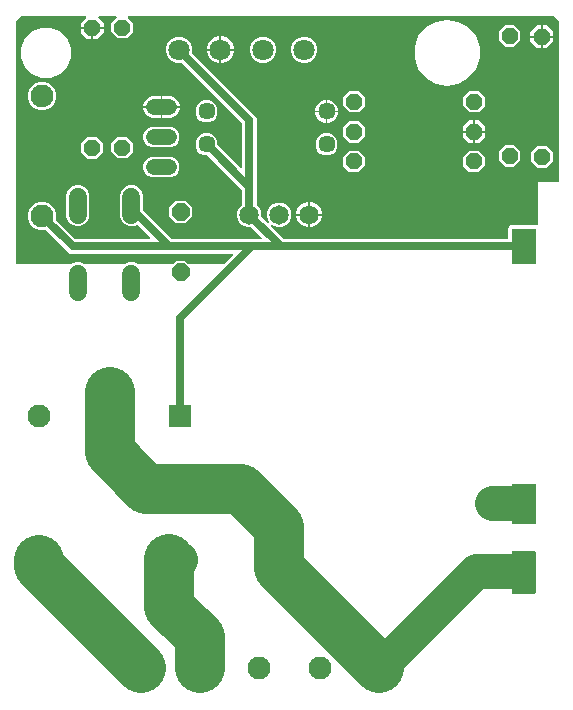
<source format=gbl>
G04 EAGLE Gerber RS-274X export*
G75*
%MOMM*%
%FSLAX34Y34*%
%LPD*%
%INBottom Copper*%
%IPPOS*%
%AMOC8*
5,1,8,0,0,1.08239X$1,22.5*%
G01*
G04 Define Apertures*
%ADD10P,1.62358X8X112.5*%
%ADD11C,1.930400*%
%ADD12C,1.453900*%
%ADD13R,1.950000X1.950000*%
%ADD14C,1.950000*%
%ADD15P,1.54782X8X22.5*%
%ADD16P,1.54782X8X292.5*%
%ADD17P,1.54782X8X112.5*%
%ADD18C,1.524000*%
%ADD19C,1.320800*%
%ADD20C,1.800000*%
%ADD21C,1.650000*%
%ADD22P,1.54782X8X202.5*%
%ADD23C,0.635000*%
%ADD24C,3.000000*%
%ADD25C,4.250000*%
%ADD26C,0.756400*%
%ADD27C,0.304800*%
G36*
X56760Y380060D02*
X56955Y380192D01*
X60528Y381672D01*
X64368Y381672D01*
X67943Y380191D01*
X68148Y380056D01*
X68434Y380000D01*
X101674Y380000D01*
X101972Y380060D01*
X102167Y380192D01*
X105740Y381672D01*
X109580Y381672D01*
X113155Y380191D01*
X113360Y380056D01*
X113646Y380000D01*
X142464Y380000D01*
X142761Y380060D01*
X143003Y380223D01*
X145562Y382782D01*
X153458Y382782D01*
X156017Y380223D01*
X156270Y380056D01*
X156556Y380000D01*
X185884Y380000D01*
X186181Y380060D01*
X186423Y380223D01*
X193676Y387476D01*
X193843Y387729D01*
X193899Y388027D01*
X193834Y388323D01*
X193658Y388571D01*
X193400Y388730D01*
X193137Y388777D01*
X56762Y388777D01*
X54475Y389724D01*
X35268Y408932D01*
X35015Y409099D01*
X34717Y409155D01*
X34587Y409128D01*
X29864Y409128D01*
X25570Y410907D01*
X22283Y414194D01*
X20504Y418488D01*
X20504Y423136D01*
X22283Y427430D01*
X25570Y430717D01*
X29864Y432496D01*
X34512Y432496D01*
X38806Y430717D01*
X42093Y427430D01*
X43872Y423136D01*
X43872Y418404D01*
X43845Y418265D01*
X43908Y417969D01*
X44068Y417732D01*
X60354Y401446D01*
X60607Y401279D01*
X60893Y401223D01*
X123137Y401223D01*
X123434Y401283D01*
X123684Y401455D01*
X123848Y401710D01*
X123898Y402009D01*
X123829Y402304D01*
X123676Y402524D01*
X113099Y413100D01*
X112846Y413268D01*
X112548Y413324D01*
X112268Y413266D01*
X109580Y412152D01*
X105740Y412152D01*
X102193Y413621D01*
X99477Y416337D01*
X98008Y419884D01*
X98008Y438964D01*
X99477Y442511D01*
X102193Y445227D01*
X105740Y446696D01*
X109580Y446696D01*
X113127Y445227D01*
X115843Y442511D01*
X117312Y438964D01*
X117312Y426804D01*
X117372Y426507D01*
X117535Y426265D01*
X142354Y401446D01*
X142607Y401279D01*
X142893Y401223D01*
X217537Y401223D01*
X217834Y401283D01*
X218084Y401455D01*
X218248Y401710D01*
X218298Y402009D01*
X218229Y402304D01*
X218076Y402524D01*
X209205Y411395D01*
X208952Y411562D01*
X208666Y411618D01*
X205455Y411618D01*
X201676Y413183D01*
X198783Y416076D01*
X197218Y419855D01*
X197218Y423945D01*
X198783Y427724D01*
X201054Y429995D01*
X201221Y430248D01*
X201277Y430534D01*
X201277Y442357D01*
X201217Y442654D01*
X201054Y442896D01*
X172061Y471889D01*
X171808Y472056D01*
X171522Y472112D01*
X169486Y472112D01*
X166068Y473528D01*
X163451Y476145D01*
X162035Y479563D01*
X162035Y483264D01*
X163451Y486682D01*
X166068Y489299D01*
X169486Y490715D01*
X173187Y490715D01*
X176606Y489299D01*
X179222Y486682D01*
X180638Y483264D01*
X180638Y481228D01*
X180698Y480931D01*
X180861Y480689D01*
X199976Y461574D01*
X200229Y461407D01*
X200527Y461351D01*
X200823Y461416D01*
X201071Y461592D01*
X201230Y461850D01*
X201277Y462113D01*
X201277Y499117D01*
X201217Y499414D01*
X201054Y499656D01*
X150455Y550255D01*
X150202Y550422D01*
X149916Y550478D01*
X145806Y550478D01*
X141751Y552158D01*
X138648Y555261D01*
X136968Y559316D01*
X136968Y563704D01*
X138648Y567759D01*
X141751Y570862D01*
X145806Y572542D01*
X150194Y572542D01*
X154249Y570862D01*
X157352Y567759D01*
X159032Y563704D01*
X159032Y559594D01*
X159092Y559297D01*
X159255Y559055D01*
X212776Y505535D01*
X213723Y503248D01*
X213723Y430534D01*
X213783Y430236D01*
X213946Y429995D01*
X216217Y427724D01*
X217782Y423945D01*
X217782Y420734D01*
X217842Y420437D01*
X218005Y420195D01*
X222930Y415271D01*
X223183Y415103D01*
X223481Y415048D01*
X223777Y415113D01*
X224025Y415288D01*
X224184Y415546D01*
X224230Y415846D01*
X224173Y416101D01*
X222618Y419855D01*
X222618Y423945D01*
X224183Y427724D01*
X227076Y430617D01*
X230855Y432182D01*
X234945Y432182D01*
X238724Y430617D01*
X241617Y427724D01*
X243182Y423945D01*
X243182Y419855D01*
X241617Y416076D01*
X238724Y413183D01*
X234945Y411618D01*
X230855Y411618D01*
X227101Y413173D01*
X226803Y413231D01*
X226507Y413168D01*
X226258Y412995D01*
X226097Y412738D01*
X226048Y412438D01*
X226120Y412144D01*
X226271Y411930D01*
X236754Y401446D01*
X237007Y401279D01*
X237293Y401223D01*
X426190Y401223D01*
X426487Y401283D01*
X426737Y401455D01*
X426901Y401710D01*
X426952Y401985D01*
X426952Y409977D01*
X426976Y410365D01*
X427061Y410802D01*
X427208Y411218D01*
X427413Y411608D01*
X427673Y411965D01*
X427981Y412281D01*
X428331Y412548D01*
X428717Y412763D01*
X429129Y412919D01*
X429560Y413014D01*
X430028Y413048D01*
X449977Y413048D01*
X450365Y413024D01*
X450853Y412928D01*
X451156Y412930D01*
X451435Y413051D01*
X451645Y413270D01*
X451762Y413676D01*
X451762Y449238D01*
X469078Y449238D01*
X469375Y449298D01*
X469625Y449470D01*
X469789Y449725D01*
X469840Y450000D01*
X469840Y585476D01*
X469780Y585773D01*
X469617Y586015D01*
X466015Y589617D01*
X465762Y589784D01*
X465476Y589840D01*
X105305Y589840D01*
X105008Y589780D01*
X104758Y589608D01*
X104594Y589353D01*
X104543Y589054D01*
X104613Y588759D01*
X104766Y588539D01*
X109202Y584103D01*
X109202Y576497D01*
X103823Y571118D01*
X96217Y571118D01*
X90838Y576497D01*
X90838Y584103D01*
X95274Y588539D01*
X95441Y588792D01*
X95497Y589090D01*
X95432Y589386D01*
X95256Y589634D01*
X94998Y589793D01*
X94735Y589840D01*
X80348Y589840D01*
X80051Y589780D01*
X79801Y589608D01*
X79637Y589353D01*
X79586Y589054D01*
X79656Y588759D01*
X79809Y588539D01*
X84204Y584144D01*
X84204Y580893D01*
X64824Y580893D01*
X64824Y584144D01*
X69219Y588539D01*
X69386Y588792D01*
X69442Y589090D01*
X69377Y589386D01*
X69201Y589634D01*
X68943Y589793D01*
X68680Y589840D01*
X14524Y589840D01*
X14227Y589780D01*
X13985Y589617D01*
X10383Y586015D01*
X10216Y585762D01*
X10160Y585476D01*
X10160Y380762D01*
X10220Y380465D01*
X10392Y380215D01*
X10647Y380051D01*
X10922Y380000D01*
X56462Y380000D01*
X56760Y380060D01*
G37*
%LPC*%
G36*
X365449Y532760D02*
X357051Y537609D01*
X350817Y545038D01*
X347500Y554151D01*
X347500Y563849D01*
X350817Y572962D01*
X357051Y580391D01*
X365449Y585240D01*
X375000Y586924D01*
X384551Y585240D01*
X392949Y580391D01*
X399183Y572962D01*
X402500Y563849D01*
X402500Y554151D01*
X399183Y545038D01*
X392949Y537609D01*
X384551Y532760D01*
X375000Y531076D01*
X365449Y532760D01*
G37*
G36*
X424197Y564148D02*
X418818Y569527D01*
X418818Y577133D01*
X424197Y582512D01*
X431803Y582512D01*
X437182Y577133D01*
X437182Y569527D01*
X431803Y564148D01*
X424197Y564148D01*
G37*
G36*
X445640Y573362D02*
X445640Y576614D01*
X451316Y582290D01*
X454568Y582290D01*
X454568Y573362D01*
X445640Y573362D01*
G37*
G36*
X456092Y573362D02*
X456092Y582290D01*
X459344Y582290D01*
X465020Y576614D01*
X465020Y573362D01*
X456092Y573362D01*
G37*
G36*
X31296Y537960D02*
X23519Y541181D01*
X17566Y547134D01*
X14345Y554911D01*
X14345Y563329D01*
X17566Y571106D01*
X23519Y577059D01*
X31296Y580280D01*
X39714Y580280D01*
X47491Y577059D01*
X53444Y571106D01*
X56665Y563329D01*
X56665Y554911D01*
X53444Y547134D01*
X47491Y541181D01*
X39714Y537960D01*
X31296Y537960D01*
G37*
G36*
X70500Y570441D02*
X64824Y576117D01*
X64824Y579369D01*
X73752Y579369D01*
X73752Y570441D01*
X70500Y570441D01*
G37*
G36*
X75276Y570441D02*
X75276Y579369D01*
X84204Y579369D01*
X84204Y576117D01*
X78528Y570441D01*
X75276Y570441D01*
G37*
G36*
X183762Y562272D02*
X183762Y573050D01*
X185295Y573050D01*
X189537Y571293D01*
X192783Y568047D01*
X194540Y563805D01*
X194540Y562272D01*
X183762Y562272D01*
G37*
G36*
X171460Y562272D02*
X171460Y563805D01*
X173217Y568047D01*
X176463Y571293D01*
X180705Y573050D01*
X182238Y573050D01*
X182238Y562272D01*
X171460Y562272D01*
G37*
G36*
X216926Y550478D02*
X212871Y552158D01*
X209768Y555261D01*
X208088Y559316D01*
X208088Y563704D01*
X209768Y567759D01*
X212871Y570862D01*
X216926Y572542D01*
X221314Y572542D01*
X225369Y570862D01*
X228472Y567759D01*
X230152Y563704D01*
X230152Y559316D01*
X228472Y555261D01*
X225369Y552158D01*
X221314Y550478D01*
X216926Y550478D01*
G37*
G36*
X251926Y550478D02*
X247871Y552158D01*
X244768Y555261D01*
X243088Y559316D01*
X243088Y563704D01*
X244768Y567759D01*
X247871Y570862D01*
X251926Y572542D01*
X256314Y572542D01*
X260369Y570862D01*
X263472Y567759D01*
X265152Y563704D01*
X265152Y559316D01*
X263472Y555261D01*
X260369Y552158D01*
X256314Y550478D01*
X251926Y550478D01*
G37*
G36*
X451316Y562910D02*
X445640Y568586D01*
X445640Y571838D01*
X454568Y571838D01*
X454568Y562910D01*
X451316Y562910D01*
G37*
G36*
X456092Y562910D02*
X456092Y571838D01*
X465020Y571838D01*
X465020Y568586D01*
X459344Y562910D01*
X456092Y562910D01*
G37*
G36*
X180705Y549970D02*
X176463Y551727D01*
X173217Y554973D01*
X171460Y559215D01*
X171460Y560748D01*
X182238Y560748D01*
X182238Y549970D01*
X180705Y549970D01*
G37*
G36*
X183762Y549970D02*
X183762Y560748D01*
X194540Y560748D01*
X194540Y559215D01*
X192783Y554973D01*
X189537Y551727D01*
X185295Y549970D01*
X183762Y549970D01*
G37*
G36*
X29864Y510728D02*
X25570Y512507D01*
X22283Y515794D01*
X20504Y520088D01*
X20504Y524736D01*
X22283Y529030D01*
X25570Y532317D01*
X29864Y534096D01*
X34512Y534096D01*
X38806Y532317D01*
X42093Y529030D01*
X43872Y524736D01*
X43872Y520088D01*
X42093Y515794D01*
X38806Y512507D01*
X34512Y510728D01*
X29864Y510728D01*
G37*
G36*
X292597Y508478D02*
X287218Y513857D01*
X287218Y521463D01*
X292597Y526842D01*
X300203Y526842D01*
X305582Y521463D01*
X305582Y513857D01*
X300203Y508478D01*
X292597Y508478D01*
G37*
G36*
X394197Y508478D02*
X388818Y513857D01*
X388818Y521463D01*
X394197Y526842D01*
X401803Y526842D01*
X407182Y521463D01*
X407182Y513857D01*
X401803Y508478D01*
X394197Y508478D01*
G37*
G36*
X117461Y513862D02*
X117461Y514919D01*
X118853Y518280D01*
X121425Y520852D01*
X124786Y522244D01*
X132447Y522244D01*
X132447Y513862D01*
X117461Y513862D01*
G37*
G36*
X133971Y513862D02*
X133971Y522244D01*
X141632Y522244D01*
X144993Y520852D01*
X147565Y518280D01*
X148957Y514919D01*
X148957Y513862D01*
X133971Y513862D01*
G37*
G36*
X263127Y510075D02*
X263127Y511265D01*
X264621Y514870D01*
X267380Y517629D01*
X270985Y519123D01*
X272175Y519123D01*
X272175Y510075D01*
X263127Y510075D01*
G37*
G36*
X273699Y510075D02*
X273699Y519123D01*
X274888Y519123D01*
X278493Y517629D01*
X281253Y514870D01*
X282746Y511265D01*
X282746Y510075D01*
X273699Y510075D01*
G37*
G36*
X169486Y500012D02*
X166068Y501428D01*
X163451Y504045D01*
X162035Y507463D01*
X162035Y511164D01*
X163451Y514582D01*
X166068Y517199D01*
X169486Y518615D01*
X173187Y518615D01*
X176606Y517199D01*
X179222Y514582D01*
X180638Y511164D01*
X180638Y507463D01*
X179222Y504045D01*
X176606Y501428D01*
X173187Y500012D01*
X169486Y500012D01*
G37*
G36*
X133971Y503956D02*
X133971Y512338D01*
X148957Y512338D01*
X148957Y511281D01*
X147565Y507920D01*
X144993Y505348D01*
X141632Y503956D01*
X133971Y503956D01*
G37*
G36*
X124786Y503956D02*
X121425Y505348D01*
X118853Y507920D01*
X117461Y511281D01*
X117461Y512338D01*
X132447Y512338D01*
X132447Y503956D01*
X124786Y503956D01*
G37*
G36*
X273699Y499504D02*
X273699Y508551D01*
X282746Y508551D01*
X282746Y507362D01*
X281253Y503757D01*
X278493Y500997D01*
X274888Y499504D01*
X273699Y499504D01*
G37*
G36*
X270985Y499504D02*
X267380Y500997D01*
X264621Y503757D01*
X263127Y507362D01*
X263127Y508551D01*
X272175Y508551D01*
X272175Y499504D01*
X270985Y499504D01*
G37*
G36*
X388110Y492762D02*
X388110Y496014D01*
X393786Y501690D01*
X397038Y501690D01*
X397038Y492762D01*
X388110Y492762D01*
G37*
G36*
X398562Y492762D02*
X398562Y501690D01*
X401814Y501690D01*
X407490Y496014D01*
X407490Y492762D01*
X398562Y492762D01*
G37*
G36*
X292397Y482818D02*
X287018Y488197D01*
X287018Y495803D01*
X292397Y501182D01*
X300003Y501182D01*
X305382Y495803D01*
X305382Y488197D01*
X300003Y482818D01*
X292397Y482818D01*
G37*
G36*
X124887Y479064D02*
X121713Y480379D01*
X119284Y482808D01*
X117969Y485982D01*
X117969Y489418D01*
X119284Y492592D01*
X121713Y495021D01*
X124887Y496336D01*
X141531Y496336D01*
X144705Y495021D01*
X147134Y492592D01*
X148449Y489418D01*
X148449Y485982D01*
X147134Y482808D01*
X144705Y480379D01*
X141531Y479064D01*
X124887Y479064D01*
G37*
G36*
X398562Y482310D02*
X398562Y491238D01*
X407490Y491238D01*
X407490Y487986D01*
X401814Y482310D01*
X398562Y482310D01*
G37*
G36*
X393786Y482310D02*
X388110Y487986D01*
X388110Y491238D01*
X397038Y491238D01*
X397038Y482310D01*
X393786Y482310D01*
G37*
G36*
X271086Y472112D02*
X267668Y473528D01*
X265051Y476145D01*
X263635Y479563D01*
X263635Y483264D01*
X265051Y486682D01*
X267668Y489299D01*
X271086Y490715D01*
X274787Y490715D01*
X278206Y489299D01*
X280822Y486682D01*
X282238Y483264D01*
X282238Y479563D01*
X280822Y476145D01*
X278206Y473528D01*
X274787Y472112D01*
X271086Y472112D01*
G37*
G36*
X96217Y469518D02*
X90838Y474897D01*
X90838Y482503D01*
X96217Y487882D01*
X103823Y487882D01*
X109202Y482503D01*
X109202Y474897D01*
X103823Y469518D01*
X96217Y469518D01*
G37*
G36*
X70711Y469349D02*
X65332Y474727D01*
X65332Y482334D01*
X70711Y487713D01*
X78317Y487713D01*
X83696Y482334D01*
X83696Y474727D01*
X78317Y469349D01*
X70711Y469349D01*
G37*
G36*
X424197Y462548D02*
X418818Y467927D01*
X418818Y475533D01*
X424197Y480912D01*
X431803Y480912D01*
X437182Y475533D01*
X437182Y467927D01*
X431803Y462548D01*
X424197Y462548D01*
G37*
G36*
X451527Y461818D02*
X446148Y467197D01*
X446148Y474803D01*
X451527Y480182D01*
X459133Y480182D01*
X464512Y474803D01*
X464512Y467197D01*
X459133Y461818D01*
X451527Y461818D01*
G37*
G36*
X292397Y457818D02*
X287018Y463197D01*
X287018Y470803D01*
X292397Y476182D01*
X300003Y476182D01*
X305382Y470803D01*
X305382Y463197D01*
X300003Y457818D01*
X292397Y457818D01*
G37*
G36*
X393997Y457818D02*
X388618Y463197D01*
X388618Y470803D01*
X393997Y476182D01*
X401603Y476182D01*
X406982Y470803D01*
X406982Y463197D01*
X401603Y457818D01*
X393997Y457818D01*
G37*
G36*
X124887Y453664D02*
X121713Y454979D01*
X119284Y457408D01*
X117969Y460582D01*
X117969Y464018D01*
X119284Y467192D01*
X121713Y469621D01*
X124887Y470936D01*
X141531Y470936D01*
X144705Y469621D01*
X147134Y467192D01*
X148449Y464018D01*
X148449Y460582D01*
X147134Y457408D01*
X144705Y454979D01*
X141531Y453664D01*
X124887Y453664D01*
G37*
G36*
X60528Y412152D02*
X56981Y413621D01*
X54265Y416337D01*
X52796Y419884D01*
X52796Y438964D01*
X54265Y442511D01*
X56981Y445227D01*
X60528Y446696D01*
X64368Y446696D01*
X67915Y445227D01*
X70631Y442511D01*
X72100Y438964D01*
X72100Y419884D01*
X70631Y416337D01*
X67915Y413621D01*
X64368Y412152D01*
X60528Y412152D01*
G37*
G36*
X145562Y414518D02*
X139978Y420102D01*
X139978Y427998D01*
X145562Y433582D01*
X153458Y433582D01*
X159042Y427998D01*
X159042Y420102D01*
X153458Y414518D01*
X145562Y414518D01*
G37*
G36*
X247510Y422662D02*
X247510Y424046D01*
X249153Y428012D01*
X252188Y431047D01*
X256154Y432690D01*
X257538Y432690D01*
X257538Y422662D01*
X247510Y422662D01*
G37*
G36*
X259062Y422662D02*
X259062Y432690D01*
X260446Y432690D01*
X264412Y431047D01*
X267447Y428012D01*
X269090Y424046D01*
X269090Y422662D01*
X259062Y422662D01*
G37*
G36*
X256154Y411110D02*
X252188Y412753D01*
X249153Y415788D01*
X247510Y419754D01*
X247510Y421138D01*
X257538Y421138D01*
X257538Y411110D01*
X256154Y411110D01*
G37*
G36*
X259062Y411110D02*
X259062Y421138D01*
X269090Y421138D01*
X269090Y419754D01*
X267447Y415788D01*
X264412Y412753D01*
X260446Y411110D01*
X259062Y411110D01*
G37*
%LPD*%
G36*
X449535Y101060D02*
X449785Y101232D01*
X449949Y101487D01*
X450000Y101762D01*
X450000Y136238D01*
X449940Y136535D01*
X449768Y136785D01*
X449513Y136949D01*
X449238Y137000D01*
X430762Y137000D01*
X430465Y136940D01*
X430215Y136768D01*
X430051Y136513D01*
X430000Y136238D01*
X430000Y101762D01*
X430060Y101465D01*
X430232Y101215D01*
X430487Y101051D01*
X430762Y101000D01*
X449238Y101000D01*
X449535Y101060D01*
G37*
G36*
X449535Y160060D02*
X449785Y160232D01*
X449949Y160487D01*
X450000Y160762D01*
X450000Y193238D01*
X449940Y193535D01*
X449768Y193785D01*
X449513Y193949D01*
X449238Y194000D01*
X430762Y194000D01*
X430465Y193940D01*
X430215Y193768D01*
X430051Y193513D01*
X430000Y193238D01*
X430000Y160762D01*
X430060Y160465D01*
X430232Y160215D01*
X430487Y160051D01*
X430762Y160000D01*
X449238Y160000D01*
X449535Y160060D01*
G37*
G36*
X449535Y380060D02*
X449785Y380232D01*
X449949Y380487D01*
X450000Y380762D01*
X450000Y409238D01*
X449940Y409535D01*
X449768Y409785D01*
X449513Y409949D01*
X449238Y410000D01*
X430762Y410000D01*
X430465Y409940D01*
X430215Y409768D01*
X430051Y409513D01*
X430000Y409238D01*
X430000Y380762D01*
X430060Y380465D01*
X430232Y380215D01*
X430487Y380051D01*
X430762Y380000D01*
X449238Y380000D01*
X449535Y380060D01*
G37*
G36*
X449535Y420060D02*
X449785Y420232D01*
X449949Y420487D01*
X450000Y420762D01*
X450000Y449238D01*
X449940Y449535D01*
X449768Y449785D01*
X449513Y449949D01*
X449238Y450000D01*
X430762Y450000D01*
X430465Y449940D01*
X430215Y449768D01*
X430051Y449513D01*
X430000Y449238D01*
X430000Y420762D01*
X430060Y420465D01*
X430232Y420215D01*
X430487Y420051D01*
X430762Y420000D01*
X449238Y420000D01*
X449535Y420060D01*
G37*
D10*
X149510Y373250D03*
X149510Y424050D03*
D11*
X32188Y522412D03*
X32188Y420812D03*
D12*
X272937Y481413D03*
X272937Y509313D03*
X171337Y509313D03*
X171337Y481413D03*
D13*
X149300Y251500D03*
D14*
X89300Y271500D03*
X29300Y251500D03*
X29300Y129500D03*
X149300Y129500D03*
D15*
X296400Y517660D03*
X398000Y517660D03*
D16*
X100020Y580300D03*
X100020Y478700D03*
X74514Y580131D03*
X74514Y478531D03*
D17*
X455330Y471000D03*
X455330Y572600D03*
D16*
X428000Y573330D03*
X428000Y471730D03*
D18*
X107660Y437044D02*
X107660Y421804D01*
X62448Y421804D02*
X62448Y437044D01*
X107660Y372020D02*
X107660Y356780D01*
X62448Y356780D02*
X62448Y372020D01*
D19*
X126605Y513100D02*
X139813Y513100D01*
X139813Y462300D02*
X126605Y462300D01*
X126605Y487700D02*
X139813Y487700D01*
D20*
X183000Y561510D03*
X148000Y561510D03*
X254120Y561510D03*
X219120Y561510D03*
D21*
X207500Y421900D03*
X232900Y421900D03*
X258300Y421900D03*
D14*
X165500Y38100D03*
X115500Y38100D03*
X215500Y38100D03*
X317500Y38100D03*
X267500Y38100D03*
D22*
X397800Y467000D03*
X296200Y467000D03*
D15*
X296200Y492000D03*
X397800Y492000D03*
D23*
X207500Y502010D02*
X148000Y561510D01*
X207500Y502010D02*
X207500Y421900D01*
X207500Y445250D01*
X171337Y481413D01*
X207500Y421900D02*
X234400Y395000D01*
X440000Y395000D01*
X234400Y395000D02*
X210000Y395000D01*
X140000Y395000D01*
X58000Y395000D01*
X32188Y420812D01*
X107660Y427340D02*
X140000Y395000D01*
X107660Y427340D02*
X107660Y429424D01*
X149300Y334300D02*
X149300Y251500D01*
X149300Y334300D02*
X210000Y395000D01*
D24*
X399400Y120000D02*
X317500Y38100D01*
X399400Y120000D02*
X430000Y120000D01*
D25*
X317500Y38100D02*
X232910Y122690D01*
X232910Y157602D01*
X200512Y190000D01*
X120000Y190000D01*
X89300Y220700D01*
X89300Y271500D01*
D26*
X433000Y188000D03*
X433000Y168000D03*
X433000Y178000D03*
X423000Y188000D03*
X423000Y178000D03*
X423000Y168000D03*
X413000Y178000D03*
D24*
X433000Y178000D01*
X434000Y177000D01*
D26*
X442000Y178000D03*
D27*
X433000Y188000D02*
X423000Y188000D01*
D25*
X29300Y129500D02*
X29300Y124300D01*
X115500Y38100D01*
X165500Y38100D02*
X165500Y64500D01*
X140000Y90000D01*
X140000Y130000D01*
D24*
X148800Y130000D01*
X149300Y129500D01*
M02*

</source>
